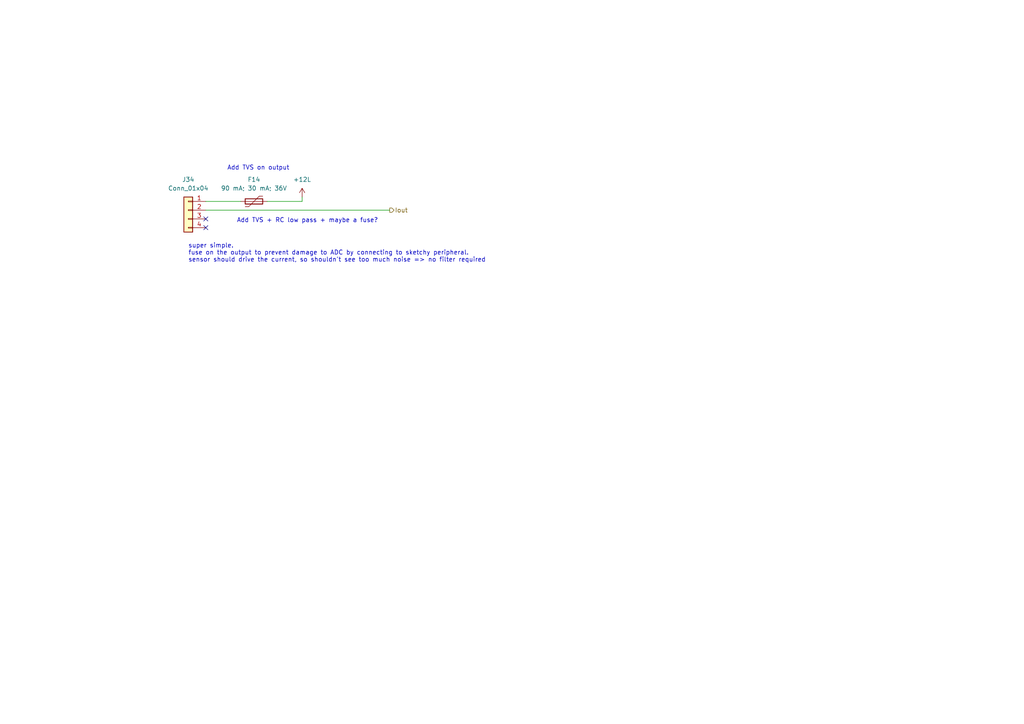
<source format=kicad_sch>
(kicad_sch (version 20231120) (generator "eeschema") (generator_version "8.0")
  (paper "A4")
  (lib_symbols
    (symbol "Connector_Generic:Conn_01x04" (pin_names (offset 1.016) hide)
      (property "Reference" "J" (at 0 5.08 0))
      (property "Value" "Conn_01x04" (at 0 -7.62 0))
      (symbol "Conn_01x04_1_1"
        (rectangle (start -1.27 -4.953) (end 0 -5.207) (stroke (width 0.1524)))
        (rectangle (start -1.27 -2.413) (end 0 -2.667) (stroke (width 0.1524)))
        (rectangle (start -1.27 0.127) (end 0 -0.127) (stroke (width 0.1524)))
        (rectangle (start -1.27 2.667) (end 0 2.413) (stroke (width 0.1524)))
        (rectangle (start -1.27 3.81) (end 1.27 -6.35) (stroke (width 0.254)) (fill (type background)))
        (pin passive line (at -5.08 2.54 0) (length 3.81) (name "Pin_1") (number "1"))
        (pin passive line (at -5.08 0 0) (length 3.81) (name "Pin_2") (number "2"))
        (pin passive line (at -5.08 -2.54 0) (length 3.81) (name "Pin_3") (number "3"))
        (pin passive line (at -5.08 -5.08 0) (length 3.81) (name "Pin_4") (number "4"))
      )
    )
    (symbol "Device:Polyfuse" (pin_numbers hide) (pin_names (offset 0))
      (property "Reference" "F" (at -2.54 0 90))
      (property "Value" "Polyfuse" (at 2.54 0 90))
      (symbol "Polyfuse_0_1"
        (rectangle (start -0.762 2.54) (end 0.762 -2.54) (stroke (width 0.254)))
        (polyline (pts (xy 0 2.54) (xy 0 -2.54)))
        (polyline (pts (xy -1.524 2.54) (xy -1.524 1.524) (xy 1.524 -1.524) (xy 1.524 -2.54)))
      )
      (symbol "Polyfuse_1_1"
        (pin passive line (at 0 3.81 270) (length 1.27) (name "~") (number "1"))
        (pin passive line (at 0 -3.81 90) (length 1.27) (name "~") (number "2"))
      )
    )
    (symbol "power:+12L" (power) (pin_names (offset 0))
      (property "Value" "+12L" (at 0 3.556 0))
      (symbol "+12L_0_1"
        (polyline (pts (xy -0.762 1.27) (xy 0 2.54)))
        (polyline (pts (xy 0 0) (xy 0 2.54)))
        (polyline (pts (xy 0 2.54) (xy 0.762 1.27)))
      )
      (symbol "+12L_1_1"
        (pin power_in line (at 0 0 90) (length 0) hide (name "+12L") (number "1"))
      )
    )
  )
  (no_connect (at 59.69 66.04))
  (no_connect (at 59.69 63.5))
  (wire (pts (xy 69.85 58.42) (xy 59.69 58.42)))
  (wire (pts (xy 77.47 58.42) (xy 87.63 58.42)))
  (wire (pts (xy 59.69 60.96) (xy 113.03 60.96)))
  (wire (pts (xy 87.63 58.42) (xy 87.63 57.15)))
  (text "super simple. \nfuse on the output to prevent damage to ADC by connecting to sketchy peripheral.\nsensor should drive the current, so shouldn't see too much noise => no filter required" (at 54.61 76.2 0) (effects (font (size 1.27 1.27)) (justify left bottom)))
  (text "Add TVS + RC low pass + maybe a fuse? " (at 89.662 64.008 0) (effects (font (size 1.27 1.27))))
  (text "Add TVS on output" (at 74.93 48.768 0) (effects (font (size 1.27 1.27))))
  (hierarchical_label "Iout" (shape output) (at 113.03 60.96 0))
  (symbol (lib_id "power:+12L") (at 87.63 57.15 0) (unit 1)
    (property "Reference" "#PWR0219" (effects (hide yes)))
    (property "Value" "+12L" (at 87.63 52.07 0))
    (instances (project "launchpad-controller-v2" (path "" (reference "#PWR0219") (unit 1)) (path "" (reference "#PWR0215") (unit 1)) (path "" (reference "#PWR0217") (unit 1)) (path "" (reference "#PWR0218") (unit 1)) (path "" (reference "#PWR0220") (unit 1)) (path "" (reference "#PWR0221") (unit 1)) (path "" (reference "#PWR0222") (unit 1)) (path "" (reference "#PWR0223") (unit 1))))
  )
  (symbol (lib_id "Connector_Generic:Conn_01x04") (at 54.61 60.96 0) (mirror y) (unit 1)
    (property "Reference" "J34" (at 54.61 52.07 0))
    (property "Value" "Conn_01x04" (at 54.61 54.61 0))
    (property "Footprint" "Connector_JST:JST_GH_BM04B-GHS-TBT_1x04-1MP_P1.25mm_Vertical" (effects (hide yes)))
    (property "Description" "Generic connector, single row, 01x04, script generated (kicad-library-utils/schlib/autogen/connector/)" (effects (hide yes)))
    (instances (project "launchpad-controller-v2" (path "" (reference "J34") (unit 1)) (path "" (reference "J14") (unit 1)) (path "" (reference "J17") (unit 1)) (path "" (reference "J31") (unit 1)) (path "" (reference "J33") (unit 1)) (path "" (reference "J35") (unit 1)) (path "" (reference "J36") (unit 1)) (path "" (reference "J37") (unit 1))))
  )
  (symbol (lib_id "Device:Polyfuse") (at 73.66 58.42 90) (unit 1)
    (property "Reference" "F14" (at 73.66 52.07 90))
    (property "Value" "90 mA; 30 mA; 36V" (at 73.66 54.61 90))
    (property "Footprint" "Fuse:Fuse_0805_2012Metric_Pad1.15x1.40mm_HandSolder" (effects (hide yes)))
    (property "Datasheet" "https://m.littelfuse.com/media?resourcetype=datasheets&itemid=879563f9-97a7-4e71-adba-37de085b333f&filename=littelfuse-ptc-0603l-datasheet" (effects (hide yes)))
    (property "Description" "0603L003/36YR" (effects (hide yes)))
    (property "Mouser#" "576-0603L003/36YR" (effects (hide yes)))
    (instances (project "launchpad-controller-v2" (path "" (reference "F14") (unit 1)) (path "" (reference "F11") (unit 1)) (path "" (reference "F12") (unit 1)) (path "" (reference "F13") (unit 1)) (path "" (reference "F15") (unit 1)) (path "" (reference "F16") (unit 1)) (path "" (reference "F17") (unit 1)) (path "" (reference "F18") (unit 1))))
  )
)
</source>
